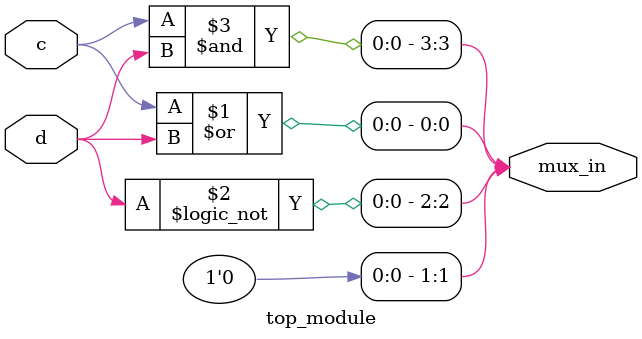
<source format=v>
module top_module (
    input c,
    input d,
    output [3:0] mux_in
); 
    //assign mux_in = {(c|d),(1'b0),(^d),(c&d)};
    assign mux_in = {(c&d), (!d), (1'b0), (c|d)};
endmodule


</source>
